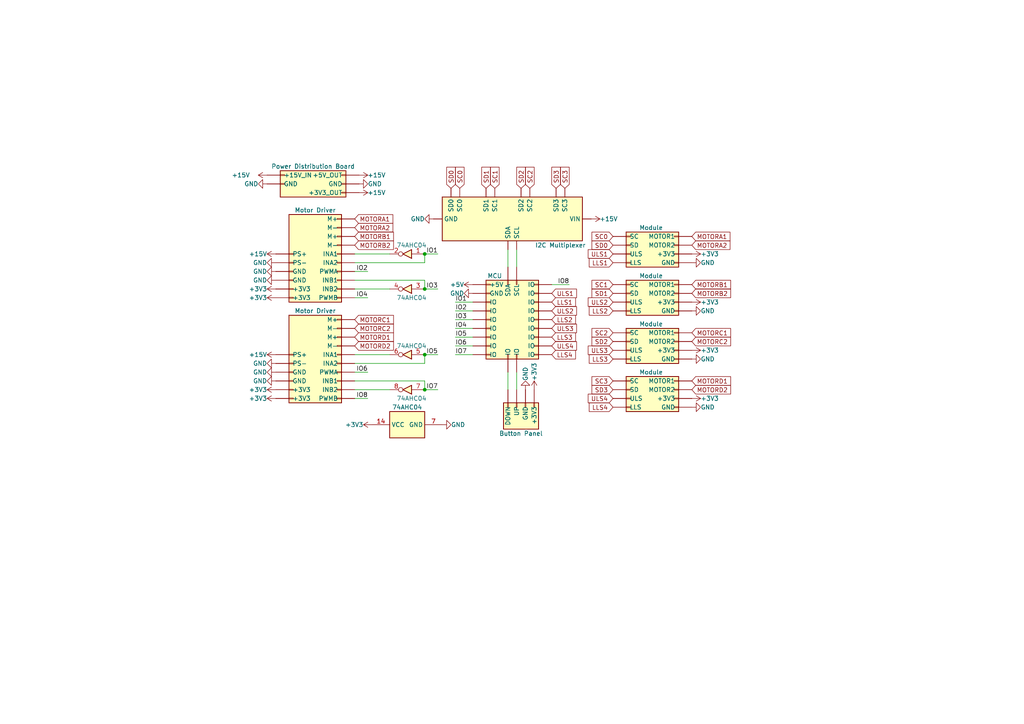
<source format=kicad_sch>
(kicad_sch (version 20230121) (generator eeschema)
  (paper "A4")
  (lib_symbols
    (symbol "74AHC04_1"
      (property "Reference" "U1" (at -7.62 0 0))
      (property "Value" "74AHC04" (at -5.08 0 0))
      (symbol "74AHC04_1_1_0"
        (polyline (pts (xy 0 1.27) (xy 0 -1.27) (xy 2.54 0) (xy 0 1.27)) (stroke (width 0.254)) (fill (type background)))
        (pin input line (at -3.81 0 0) (length 3.81) (name "~") (number "1"))
        (pin output inverted (at 6.35 0 180) (length 3.81) (name "~") (number "2"))
      )
      (symbol "74AHC04_1_2_0"
        (polyline (pts (xy 0 1.27) (xy 0 -1.27) (xy 2.54 0) (xy 0 1.27)) (stroke (width 0.254)) (fill (type background)))
        (pin input line (at -3.81 0 0) (length 3.81) (name "~") (number "3"))
        (pin output inverted (at 6.35 0 180) (length 3.81) (name "~") (number "4"))
      )
      (symbol "74AHC04_1_3_0"
        (polyline (pts (xy -3.81 3.81) (xy -3.81 -3.81) (xy 3.81 0) (xy -3.81 3.81)) (stroke (width 0.254)) (fill (type background)))
        (pin input line (at -7.62 0 0) (length 3.81) (name "~") (number "5"))
        (pin output inverted (at 7.62 0 180) (length 3.81) (name "~") (number "6"))
      )
      (symbol "74AHC04_1_4_0"
        (polyline (pts (xy -3.81 3.81) (xy -3.81 -3.81) (xy 3.81 0) (xy -3.81 3.81)) (stroke (width 0.254)) (fill (type background)))
        (pin output inverted (at 7.62 0 180) (length 3.81) (name "~") (number "8"))
        (pin input line (at -7.62 0 0) (length 3.81) (name "~") (number "9"))
      )
      (symbol "74AHC04_1_5_0"
        (polyline (pts (xy -3.81 3.81) (xy -3.81 -3.81) (xy 3.81 0) (xy -3.81 3.81)) (stroke (width 0.254)) (fill (type background)))
        (pin output inverted (at 7.62 0 180) (length 3.81) (name "~") (number "10"))
        (pin input line (at -7.62 0 0) (length 3.81) (name "~") (number "11"))
      )
      (symbol "74AHC04_1_6_0"
        (polyline (pts (xy -3.81 3.81) (xy -3.81 -3.81) (xy 3.81 0) (xy -3.81 3.81)) (stroke (width 0.254)) (fill (type background)))
        (pin output inverted (at 7.62 0 180) (length 3.81) (name "~") (number "12"))
        (pin input line (at -7.62 0 0) (length 3.81) (name "~") (number "13"))
      )
      (symbol "74AHC04_1_7_0"
        (pin power_in line (at -1.27 12.7 270) (length 5.08) (name "VCC") (number "14"))
        (pin power_in line (at -1.27 -7.62 90) (length 5.08) (name "GND") (number "7"))
      )
      (symbol "74AHC04_1_7_1"
        (rectangle (start -5.08 7.62) (end 2.54 -2.54) (stroke (width 0.254)) (fill (type background)))
      )
    )
    (symbol "74AHC04_2"
      (property "Value" "74AHC04" (at 0 2.54 0))
      (symbol "74AHC04_2_1_0"
        (polyline (pts (xy 0 1.27) (xy 0 -1.27) (xy 2.54 0) (xy 0 1.27)) (stroke (width 0.254)) (fill (type background)))
        (pin input line (at -3.81 0 0) (length 3.81) (name "~") (number "5"))
        (pin output inverted (at 6.35 0 180) (length 3.81) (name "~") (number "6"))
      )
      (symbol "74AHC04_2_2_0"
        (polyline (pts (xy 0 1.27) (xy 0 -1.27) (xy 2.54 0) (xy 0 1.27)) (stroke (width 0.254)) (fill (type background)))
        (pin input line (at -3.81 0 0) (length 3.81) (name "~") (number "3"))
        (pin output inverted (at 6.35 0 180) (length 3.81) (name "~") (number "4"))
      )
      (symbol "74AHC04_2_3_0"
        (polyline (pts (xy -3.81 3.81) (xy -3.81 -3.81) (xy 3.81 0) (xy -3.81 3.81)) (stroke (width 0.254)) (fill (type background)))
        (pin input line (at -7.62 0 0) (length 3.81) (name "~") (number "5"))
        (pin output inverted (at 7.62 0 180) (length 3.81) (name "~") (number "6"))
      )
      (symbol "74AHC04_2_4_0"
        (polyline (pts (xy -3.81 3.81) (xy -3.81 -3.81) (xy 3.81 0) (xy -3.81 3.81)) (stroke (width 0.254)) (fill (type background)))
        (pin output inverted (at 7.62 0 180) (length 3.81) (name "~") (number "8"))
        (pin input line (at -7.62 0 0) (length 3.81) (name "~") (number "9"))
      )
      (symbol "74AHC04_2_5_0"
        (polyline (pts (xy -3.81 3.81) (xy -3.81 -3.81) (xy 3.81 0) (xy -3.81 3.81)) (stroke (width 0.254)) (fill (type background)))
        (pin output inverted (at 7.62 0 180) (length 3.81) (name "~") (number "10"))
        (pin input line (at -7.62 0 0) (length 3.81) (name "~") (number "11"))
      )
      (symbol "74AHC04_2_6_0"
        (polyline (pts (xy -3.81 3.81) (xy -3.81 -3.81) (xy 3.81 0) (xy -3.81 3.81)) (stroke (width 0.254)) (fill (type background)))
        (pin output inverted (at 7.62 0 180) (length 3.81) (name "~") (number "12"))
        (pin input line (at -7.62 0 0) (length 3.81) (name "~") (number "13"))
      )
      (symbol "74AHC04_2_7_0"
        (pin power_in line (at 0 12.7 270) (length 5.08) (name "VCC") (number "14"))
        (pin power_in line (at 0 -12.7 90) (length 5.08) (name "GND") (number "7"))
      )
      (symbol "74AHC04_2_7_1"
        (rectangle (start -5.08 7.62) (end 5.08 -7.62) (stroke (width 0.254)) (fill (type background)))
      )
    )
    (symbol "74AHC04_3"
      (property "Value" "74AHC04" (at 0 -2.54 0))
      (symbol "74AHC04_3_1_0"
        (polyline (pts (xy 0 1.27) (xy 0 -1.27) (xy 2.54 0) (xy 0 1.27)) (stroke (width 0.254)) (fill (type background)))
        (pin input line (at -3.81 0 0) (length 3.81) (name "~") (number "1"))
        (pin output inverted (at 6.35 0 180) (length 3.81) (name "~") (number "2"))
      )
      (symbol "74AHC04_3_2_0"
        (polyline (pts (xy 0 1.27) (xy 0 -1.27) (xy 2.54 0) (xy 0 1.27)) (stroke (width 0.254)) (fill (type background)))
        (pin input line (at -3.81 0 0) (length 3.81) (name "~") (number "7"))
        (pin output inverted (at 6.35 0 180) (length 3.81) (name "~") (number "8"))
      )
      (symbol "74AHC04_3_3_0"
        (polyline (pts (xy -3.81 3.81) (xy -3.81 -3.81) (xy 3.81 0) (xy -3.81 3.81)) (stroke (width 0.254)) (fill (type background)))
        (pin input line (at -7.62 0 0) (length 3.81) (name "~") (number "5"))
        (pin output inverted (at 7.62 0 180) (length 3.81) (name "~") (number "6"))
      )
      (symbol "74AHC04_3_4_0"
        (polyline (pts (xy -3.81 3.81) (xy -3.81 -3.81) (xy 3.81 0) (xy -3.81 3.81)) (stroke (width 0.254)) (fill (type background)))
        (pin output inverted (at 7.62 0 180) (length 3.81) (name "~") (number "8"))
        (pin input line (at -7.62 0 0) (length 3.81) (name "~") (number "9"))
      )
      (symbol "74AHC04_3_5_0"
        (polyline (pts (xy -3.81 3.81) (xy -3.81 -3.81) (xy 3.81 0) (xy -3.81 3.81)) (stroke (width 0.254)) (fill (type background)))
        (pin output inverted (at 7.62 0 180) (length 3.81) (name "~") (number "10"))
        (pin input line (at -7.62 0 0) (length 3.81) (name "~") (number "11"))
      )
      (symbol "74AHC04_3_6_0"
        (polyline (pts (xy -3.81 3.81) (xy -3.81 -3.81) (xy 3.81 0) (xy -3.81 3.81)) (stroke (width 0.254)) (fill (type background)))
        (pin output inverted (at 7.62 0 180) (length 3.81) (name "~") (number "12"))
        (pin input line (at -7.62 0 0) (length 3.81) (name "~") (number "13"))
      )
      (symbol "74AHC04_3_7_0"
        (pin power_in line (at 0 12.7 270) (length 5.08) (name "VCC") (number "14"))
        (pin power_in line (at 0 -12.7 90) (length 5.08) (name "GND") (number "7"))
      )
      (symbol "74AHC04_3_7_1"
        (rectangle (start -5.08 7.62) (end 5.08 -7.62) (stroke (width 0.254)) (fill (type background)))
      )
    )
    (symbol "74AHC04_4"
      (property "Reference" "U1" (at -7.62 0 0))
      (property "Value" "74AHC04" (at -5.08 0 0))
      (symbol "74AHC04_4_1_0"
        (polyline (pts (xy 0 1.27) (xy 0 -1.27) (xy 2.54 0) (xy 0 1.27)) (stroke (width 0.254)) (fill (type background)))
        (pin input line (at -3.81 0 0) (length 3.81) (name "~") (number "1"))
        (pin output inverted (at 6.35 0 180) (length 3.81) (name "~") (number "2"))
      )
      (symbol "74AHC04_4_2_0"
        (polyline (pts (xy 0 1.27) (xy 0 -1.27) (xy 2.54 0) (xy 0 1.27)) (stroke (width 0.254)) (fill (type background)))
        (pin input line (at -3.81 0 0) (length 3.81) (name "~") (number "3"))
        (pin output inverted (at 6.35 0 180) (length 3.81) (name "~") (number "4"))
      )
      (symbol "74AHC04_4_3_0"
        (polyline (pts (xy -3.81 3.81) (xy -3.81 -3.81) (xy 3.81 0) (xy -3.81 3.81)) (stroke (width 0.254)) (fill (type background)))
        (pin input line (at -7.62 0 0) (length 3.81) (name "~") (number "5"))
        (pin output inverted (at 7.62 0 180) (length 3.81) (name "~") (number "6"))
      )
      (symbol "74AHC04_4_4_0"
        (polyline (pts (xy -3.81 3.81) (xy -3.81 -3.81) (xy 3.81 0) (xy -3.81 3.81)) (stroke (width 0.254)) (fill (type background)))
        (pin output inverted (at 7.62 0 180) (length 3.81) (name "~") (number "8"))
        (pin input line (at -7.62 0 0) (length 3.81) (name "~") (number "9"))
      )
      (symbol "74AHC04_4_5_0"
        (polyline (pts (xy -3.81 3.81) (xy -3.81 -3.81) (xy 3.81 0) (xy -3.81 3.81)) (stroke (width 0.254)) (fill (type background)))
        (pin output inverted (at 7.62 0 180) (length 3.81) (name "~") (number "10"))
        (pin input line (at -7.62 0 0) (length 3.81) (name "~") (number "11"))
      )
      (symbol "74AHC04_4_6_0"
        (polyline (pts (xy -3.81 3.81) (xy -3.81 -3.81) (xy 3.81 0) (xy -3.81 3.81)) (stroke (width 0.254)) (fill (type background)))
        (pin output inverted (at 7.62 0 180) (length 3.81) (name "~") (number "12"))
        (pin input line (at -7.62 0 0) (length 3.81) (name "~") (number "13"))
      )
      (symbol "74AHC04_4_7_0"
        (pin power_in line (at -1.27 12.7 270) (length 5.08) (name "VCC") (number "14"))
        (pin power_in line (at -1.27 -7.62 90) (length 5.08) (name "GND") (number "7"))
      )
      (symbol "74AHC04_4_7_1"
        (rectangle (start -5.08 7.62) (end 2.54 -2.54) (stroke (width 0.254)) (fill (type background)))
      )
    )
    (symbol "74xx:74AHC04"
      (property "Reference" "U1" (at -7.62 0 0))
      (property "Value" "74AHC04" (at -5.08 0 0))
      (symbol "74AHC04_1_0"
        (polyline (pts (xy 0 1.27) (xy 0 -1.27) (xy 2.54 0) (xy 0 1.27)) (stroke (width 0.254)) (fill (type background)))
        (pin input line (at -3.81 0 0) (length 3.81) (name "~") (number "1"))
        (pin output inverted (at 6.35 0 180) (length 3.81) (name "~") (number "2"))
      )
      (symbol "74AHC04_2_0"
        (polyline (pts (xy 0 1.27) (xy 0 -1.27) (xy 2.54 0) (xy 0 1.27)) (stroke (width 0.254)) (fill (type background)))
        (pin input line (at -3.81 0 0) (length 3.81) (name "~") (number "3"))
        (pin output inverted (at 6.35 0 180) (length 3.81) (name "~") (number "4"))
      )
      (symbol "74AHC04_3_0"
        (polyline (pts (xy -3.81 3.81) (xy -3.81 -3.81) (xy 3.81 0) (xy -3.81 3.81)) (stroke (width 0.254)) (fill (type background)))
        (pin input line (at -7.62 0 0) (length 3.81) (name "~") (number "5"))
        (pin output inverted (at 7.62 0 180) (length 3.81) (name "~") (number "6"))
      )
      (symbol "74AHC04_4_0"
        (polyline (pts (xy -3.81 3.81) (xy -3.81 -3.81) (xy 3.81 0) (xy -3.81 3.81)) (stroke (width 0.254)) (fill (type background)))
        (pin output inverted (at 7.62 0 180) (length 3.81) (name "~") (number "8"))
        (pin input line (at -7.62 0 0) (length 3.81) (name "~") (number "9"))
      )
      (symbol "74AHC04_5_0"
        (polyline (pts (xy -3.81 3.81) (xy -3.81 -3.81) (xy 3.81 0) (xy -3.81 3.81)) (stroke (width 0.254)) (fill (type background)))
        (pin output inverted (at 7.62 0 180) (length 3.81) (name "~") (number "10"))
        (pin input line (at -7.62 0 0) (length 3.81) (name "~") (number "11"))
      )
      (symbol "74AHC04_6_0"
        (polyline (pts (xy -3.81 3.81) (xy -3.81 -3.81) (xy 3.81 0) (xy -3.81 3.81)) (stroke (width 0.254)) (fill (type background)))
        (pin output inverted (at 7.62 0 180) (length 3.81) (name "~") (number "12"))
        (pin input line (at -7.62 0 0) (length 3.81) (name "~") (number "13"))
      )
      (symbol "74AHC04_7_0"
        (pin power_in line (at -1.27 12.7 270) (length 5.08) (name "VCC") (number "14"))
        (pin power_in line (at -1.27 -7.62 90) (length 5.08) (name "GND") (number "7"))
      )
      (symbol "74AHC04_7_1"
        (rectangle (start -5.08 7.62) (end 2.54 -2.54) (stroke (width 0.254)) (fill (type background)))
      )
    )
    (symbol "Conn_01x08_1" (pin_numbers hide) (pin_names (offset 1.016))
      (property "Value" "Module" (at 2.54 10.16 0))
      (symbol "Conn_01x08_1_1_1"
        (rectangle (start -1.27 0.127) (end 0 -0.127) (stroke (width 0.1524)))
        (rectangle (start -1.27 2.667) (end 0 2.413) (stroke (width 0.1524)))
        (rectangle (start -1.27 5.207) (end 0 4.953) (stroke (width 0.1524)))
        (rectangle (start -1.27 7.747) (end 0 7.493) (stroke (width 0.1524)))
        (rectangle (start -1.27 8.89) (end 13.97 -1.27) (stroke (width 0.254)) (fill (type background)))
        (rectangle (start 13.97 -0.127) (end 12.7 0.127) (stroke (width 0.1524)))
        (rectangle (start 13.97 2.413) (end 12.7 2.667) (stroke (width 0.1524)))
        (rectangle (start 13.97 4.953) (end 12.7 5.207) (stroke (width 0.1524)))
        (rectangle (start 13.97 7.493) (end 12.7 7.747) (stroke (width 0.1524)))
        (pin passive line (at 17.78 2.54 180) (length 3.81) (name "+3V3") (number "1"))
        (pin passive line (at -5.08 7.62 0) (length 3.81) (name "SC") (number "2"))
        (pin passive line (at -5.08 5.08 0) (length 3.81) (name "SD") (number "3"))
        (pin passive line (at -5.08 2.54 0) (length 3.81) (name "ULS") (number "4"))
        (pin passive line (at -5.08 0 0) (length 3.81) (name "LLS") (number "5"))
        (pin passive line (at 17.78 5.08 180) (length 3.81) (name "MOTOR2") (number "6"))
        (pin passive line (at 17.78 7.62 180) (length 3.81) (name "MOTOR1") (number "7"))
        (pin passive line (at 17.78 0 180) (length 3.81) (name "GND") (number "8"))
      )
    )
    (symbol "Connector_Generic:Conn_01x04" (pin_numbers hide) (pin_names (offset 1.016))
      (property "Value" "Button Panel" (at -1.27 -7.62 90))
      (symbol "Conn_01x04_1_1"
        (rectangle (start -1.27 -4.953) (end 0 -5.207) (stroke (width 0.1524)))
        (rectangle (start -1.27 -2.413) (end 0 -2.667) (stroke (width 0.1524)))
        (rectangle (start -1.27 0.127) (end 0 -0.127) (stroke (width 0.1524)))
        (rectangle (start -1.27 2.667) (end 0 2.413) (stroke (width 0.1524)))
        (rectangle (start -1.27 3.81) (end 6.35 -6.35) (stroke (width 0.254)) (fill (type background)))
        (pin passive line (at -5.08 2.54 0) (length 3.81) (name "+3V3") (number "1"))
        (pin passive line (at -5.08 0 0) (length 3.81) (name "GND") (number "2"))
        (pin passive line (at -5.08 -2.54 0) (length 3.81) (name "UP") (number "3"))
        (pin passive line (at -5.08 -5.08 0) (length 3.81) (name "DOWN") (number "4"))
      )
    )
    (symbol "Connector_Generic:Conn_01x16" (pin_numbers hide) (pin_names (offset 1.016))
      (property "Value" "Motor Driver" (at 2.54 -22.86 0))
      (symbol "Conn_01x16_1_1"
        (rectangle (start -1.27 -4.953) (end 0 -5.207) (stroke (width 0.1524)))
        (rectangle (start -1.27 -2.413) (end 0 -2.667) (stroke (width 0.1524)))
        (rectangle (start -1.27 0.127) (end 0 -0.127) (stroke (width 0.1524)))
        (rectangle (start -1.27 2.667) (end 0 2.413) (stroke (width 0.1524)))
        (rectangle (start -1.27 5.207) (end 0 4.953) (stroke (width 0.1524)))
        (rectangle (start -1.27 7.747) (end 0 7.493) (stroke (width 0.1524)))
        (rectangle (start -1.27 10.287) (end 0 10.033) (stroke (width 0.1524)))
        (rectangle (start -1.27 12.827) (end 0 12.573) (stroke (width 0.1524)))
        (rectangle (start -1.27 15.367) (end 0 15.113) (stroke (width 0.1524)))
        (rectangle (start -1.27 17.907) (end 0 17.653) (stroke (width 0.1524)))
        (rectangle (start -1.27 19.05) (end 13.97 -6.35) (stroke (width 0.254)) (fill (type background)))
        (rectangle (start 13.97 4.953) (end 12.7 5.207) (stroke (width 0.1524)))
        (rectangle (start 13.97 7.493) (end 12.7 7.747) (stroke (width 0.1524)))
        (rectangle (start 13.97 10.033) (end 12.7 10.287) (stroke (width 0.1524)))
        (rectangle (start 13.97 12.573) (end 12.7 12.827) (stroke (width 0.1524)))
        (rectangle (start 13.97 15.113) (end 12.7 15.367) (stroke (width 0.1524)))
        (rectangle (start 13.97 17.653) (end 12.7 17.907) (stroke (width 0.1524)))
        (pin passive line (at -5.08 17.78 0) (length 3.81) (name "PWMB") (number "1"))
        (pin passive line (at -5.08 -5.08 0) (length 3.81) (name "M+") (number "10"))
        (pin passive line (at 17.78 5.08 180) (length 3.81) (name "PS+") (number "11"))
        (pin passive line (at 17.78 7.62 180) (length 3.81) (name "PS-") (number "12"))
        (pin passive line (at 17.78 10.16 180) (length 3.81) (name "GND") (number "13"))
        (pin passive line (at 17.78 12.7 180) (length 3.81) (name "GND") (number "14"))
        (pin passive line (at 17.78 15.24 180) (length 3.81) (name "+3V3") (number "15"))
        (pin passive line (at 17.78 17.78 180) (length 3.81) (name "+3V3") (number "16"))
        (pin passive line (at -5.08 15.24 0) (length 3.81) (name "INB2") (number "2"))
        (pin passive line (at -5.08 12.7 0) (length 3.81) (name "INB1") (number "3"))
        (pin passive line (at -5.08 10.16 0) (length 3.81) (name "PWMA") (number "4"))
        (pin passive line (at -5.08 7.62 0) (length 3.81) (name "INA2") (number "5"))
        (pin passive line (at -5.08 5.08 0) (length 3.81) (name "INA1") (number "6"))
        (pin passive line (at -5.08 2.54 0) (length 3.81) (name "M-") (number "7"))
        (pin passive line (at -5.08 0 0) (length 3.81) (name "M+") (number "8"))
        (pin passive line (at -5.08 -2.54 0) (length 3.81) (name "M-") (number "9"))
      )
    )
    (symbol "Connector_Generic:Conn_02x02_Counter_Clockwise" (pin_numbers hide) (pin_names (offset 1.016))
      (property "Value" "Power Distribution Board" (at -0.635 5.08 0))
      (symbol "Conn_02x02_Counter_Clockwise_1_1"
        (rectangle (start -10.16 0.127) (end -8.89 -0.127) (stroke (width 0.1524)))
        (rectangle (start -10.16 2.667) (end -8.89 2.413) (stroke (width 0.1524)))
        (rectangle (start -10.16 3.81) (end 8.89 -3.81) (stroke (width 0.254)) (fill (type background)))
        (rectangle (start 7.62 -2.413) (end 8.89 -2.667) (stroke (width 0.1524)))
        (rectangle (start 7.62 0.127) (end 8.89 -0.127) (stroke (width 0.1524)))
        (rectangle (start 7.62 2.667) (end 8.89 2.413) (stroke (width 0.1524)))
        (pin power_in line (at -13.97 2.54 0) (length 3.81) (name "+15V_IN") (number "1"))
        (pin power_in line (at -13.97 0 0) (length 3.81) (name "GND") (number "2"))
        (pin passive line (at 12.7 -2.54 180) (length 3.81) (name "+3V3_OUT") (number "3"))
        (pin passive line (at 12.7 0 180) (length 3.81) (name "GND") (number "4"))
        (pin passive line (at 12.7 2.54 180) (length 3.81) (name "+5V_OUT") (number "5"))
      )
    )
    (symbol "Connector_Generic:Conn_02x11_Odd_Even" (pin_numbers hide) (pin_names (offset 1.016))
      (property "Value" "MCU" (at 1.27 15.24 0))
      (symbol "Conn_02x11_Odd_Even_1_1"
        (rectangle (start -1.27 -7.493) (end 0 -7.747) (stroke (width 0.1524)))
        (rectangle (start -1.27 -4.953) (end 0 -5.207) (stroke (width 0.1524)))
        (rectangle (start -1.27 -2.413) (end 0 -2.667) (stroke (width 0.1524)))
        (rectangle (start -1.27 0.127) (end 0 -0.127) (stroke (width 0.1524)))
        (rectangle (start -1.27 2.667) (end 0 2.413) (stroke (width 0.1524)))
        (rectangle (start -1.27 5.207) (end 0 4.953) (stroke (width 0.1524)))
        (rectangle (start -1.27 7.747) (end 0 7.493) (stroke (width 0.1524)))
        (rectangle (start -1.27 10.287) (end 0 10.033) (stroke (width 0.1524)))
        (rectangle (start -1.27 12.827) (end 0 12.573) (stroke (width 0.1524)))
        (rectangle (start -1.27 13.97) (end 13.97 -8.89) (stroke (width 0.254)) (fill (type background)))
        (rectangle (start 4.953 -8.89) (end 5.207 -7.62) (stroke (width 0.1524)))
        (rectangle (start 5.207 13.97) (end 4.953 12.7) (stroke (width 0.1524)))
        (rectangle (start 7.493 -7.62) (end 7.747 -8.89) (stroke (width 0.1524)))
        (rectangle (start 7.747 13.97) (end 7.493 12.7) (stroke (width 0.1524)))
        (rectangle (start 13.97 -7.747) (end 12.7 -7.493) (stroke (width 0.1524)))
        (rectangle (start 13.97 -4.953) (end 12.7 -5.207) (stroke (width 0.1524)))
        (rectangle (start 13.97 -2.413) (end 12.7 -2.667) (stroke (width 0.1524)))
        (rectangle (start 13.97 0.127) (end 12.7 -0.127) (stroke (width 0.1524)))
        (rectangle (start 13.97 2.667) (end 12.7 2.413) (stroke (width 0.1524)))
        (rectangle (start 13.97 5.207) (end 12.7 4.953) (stroke (width 0.1524)))
        (rectangle (start 13.97 7.747) (end 12.7 7.493) (stroke (width 0.1524)))
        (rectangle (start 13.97 10.287) (end 12.7 10.033) (stroke (width 0.1524)))
        (rectangle (start 13.97 12.827) (end 12.7 12.573) (stroke (width 0.1524)))
        (pin passive line (at -5.08 12.7 0) (length 3.81) (name "+5V") (number "1"))
        (pin passive line (at 17.78 2.54 180) (length 3.81) (name "IO") (number "10"))
        (pin passive line (at -5.08 5.08 0) (length 3.81) (name "IO") (number "11"))
        (pin passive line (at 17.78 0 180) (length 3.81) (name "IO") (number "12"))
        (pin passive line (at -5.08 2.54 0) (length 3.81) (name "IO") (number "13"))
        (pin passive line (at 17.78 -2.54 180) (length 3.81) (name "IO") (number "14"))
        (pin passive line (at -5.08 0 0) (length 3.81) (name "IO") (number "15"))
        (pin passive line (at 17.78 -5.08 180) (length 3.81) (name "IO") (number "16"))
        (pin passive line (at -5.08 -2.54 0) (length 3.81) (name "IO") (number "17"))
        (pin passive line (at -5.08 -7.62 0) (length 3.81) (name "IO") (number "19"))
        (pin passive line (at -5.08 -5.08 0) (length 3.81) (name "IO") (number "19"))
        (pin passive line (at 17.78 -7.62 180) (length 3.81) (name "IO") (number "19"))
        (pin passive line (at 17.78 12.7 180) (length 3.81) (name "IO") (number "2"))
        (pin passive line (at 5.08 -12.7 90) (length 3.81) (name "IO") (number "21"))
        (pin passive line (at 7.62 -12.7 90) (length 3.81) (name "IO") (number "22"))
        (pin passive line (at -5.08 10.16 0) (length 3.81) (name "GND") (number "3"))
        (pin passive line (at 17.78 10.16 180) (length 3.81) (name "IO") (number "4"))
        (pin passive line (at 5.08 17.78 270) (length 3.81) (name "SDA") (number "5"))
        (pin passive line (at 17.78 7.62 180) (length 3.81) (name "IO") (number "6"))
        (pin passive line (at 7.62 17.78 270) (length 3.81) (name "SCL") (number "7"))
        (pin passive line (at 17.78 5.08 180) (length 3.81) (name "IO") (number "8"))
        (pin passive line (at -5.08 7.62 0) (length 3.81) (name "IO") (number "9"))
      )
    )
    (symbol "Interface_Expansion:PCA9544AD" (pin_numbers hide)
      (property "Value" "I2C Multiplexer" (at -13.97 -12.7 90))
      (symbol "PCA9544AD_0_1"
        (rectangle (start -2.54 20.32) (end 10.16 -20.32) (stroke (width 0.254)) (fill (type background)))
      )
      (symbol "PCA9544AD_1_1"
        (pin power_in line (at 3.81 -22.86 90) (length 2.54) (name "VIN") (number "10"))
        (pin bidirectional line (at 12.7 -2.54 180) (length 2.54) (name "SD2") (number "12"))
        (pin output line (at 12.7 -5.08 180) (length 2.54) (name "SC2") (number "13"))
        (pin bidirectional line (at 12.7 -12.7 180) (length 2.54) (name "SD3") (number "15"))
        (pin output line (at 12.7 -15.24 180) (length 2.54) (name "SC3") (number "16"))
        (pin input line (at -5.08 -1.27 0) (length 2.54) (name "SCL") (number "18"))
        (pin bidirectional line (at -5.08 1.27 0) (length 2.54) (name "SDA") (number "19"))
        (pin power_in line (at 3.81 22.86 270) (length 2.54) (name "GND") (number "20"))
        (pin bidirectional line (at 12.7 17.78 180) (length 2.54) (name "SD0") (number "5"))
        (pin output line (at 12.7 15.24 180) (length 2.54) (name "SC0") (number "6"))
        (pin bidirectional line (at 12.7 7.62 180) (length 2.54) (name "SD1") (number "8"))
        (pin output line (at 12.7 5.08 180) (length 2.54) (name "SC1") (number "9"))
      )
    )
    (symbol "power:+15V" (power) (pin_names (offset 0))
      (property "Value" "+15V" (at 0 3.556 0))
      (symbol "+15V_0_1"
        (polyline (pts (xy -0.762 1.27) (xy 0 2.54)))
        (polyline (pts (xy 0 0) (xy 0 2.54)))
        (polyline (pts (xy 0 2.54) (xy 0.762 1.27)))
      )
      (symbol "+15V_1_1"
        (pin power_in line (at 0 0 90) (length 0) hide (name "+15V") (number "1"))
      )
    )
    (symbol "power:+3V3" (power) (pin_names (offset 0))
      (property "Value" "+3V3" (at 0 3.556 0))
      (symbol "+3V3_0_1"
        (polyline (pts (xy -0.762 1.27) (xy 0 2.54)))
        (polyline (pts (xy 0 0) (xy 0 2.54)))
        (polyline (pts (xy 0 2.54) (xy 0.762 1.27)))
      )
      (symbol "+3V3_1_1"
        (pin power_in line (at 0 0 90) (length 0) hide (name "+3V3") (number "1"))
      )
    )
    (symbol "power:+5V" (power) (pin_names (offset 0))
      (property "Value" "+5V" (at 0 3.556 0))
      (symbol "+5V_0_1"
        (polyline (pts (xy -0.762 1.27) (xy 0 2.54)))
        (polyline (pts (xy 0 0) (xy 0 2.54)))
        (polyline (pts (xy 0 2.54) (xy 0.762 1.27)))
      )
      (symbol "+5V_1_1"
        (pin power_in line (at 0 0 90) (length 0) hide (name "+5V") (number "1"))
      )
    )
    (symbol "power:GND" (power) (pin_names (offset 0))
      (property "Value" "GND" (at 0 -3.81 0))
      (symbol "GND_0_1"
        (polyline (pts (xy 0 0) (xy 0 -1.27) (xy 1.27 -1.27) (xy 0 -2.54) (xy -1.27 -1.27) (xy 0 -1.27)))
      )
      (symbol "GND_1_1"
        (pin power_in line (at 0 0 270) (length 0) hide (name "GND") (number "1"))
      )
    )
  )
  (junction (at 123.19 102.87))
  (junction (at 123.19 83.82))
  (junction (at 123.19 73.66))
  (junction (at 123.19 113.03))
  (wire (pts (xy 102.87 81.28) (xy 123.19 81.28)))
  (wire (pts (xy 102.87 86.36) (xy 106.68 86.36)))
  (wire (pts (xy 147.32 107.95) (xy 147.32 113.03)))
  (wire (pts (xy 132.08 97.79) (xy 137.16 97.79)))
  (wire (pts (xy 160.02 82.55) (xy 165.1 82.55)))
  (wire (pts (xy 147.32 72.39) (xy 147.32 77.47)))
  (wire (pts (xy 102.87 110.49) (xy 123.19 110.49)))
  (wire (pts (xy 123.19 113.03) (xy 127 113.03)))
  (wire (pts (xy 132.08 100.33) (xy 137.16 100.33)))
  (wire (pts (xy 102.87 115.57) (xy 106.68 115.57)))
  (wire (pts (xy 102.87 107.95) (xy 106.68 107.95)))
  (wire (pts (xy 132.08 95.25) (xy 137.16 95.25)))
  (wire (pts (xy 102.87 105.41) (xy 123.19 105.41)))
  (wire (pts (xy 123.19 81.28) (xy 123.19 83.82)))
  (wire (pts (xy 102.87 76.2) (xy 123.19 76.2)))
  (wire (pts (xy 149.86 107.95) (xy 149.86 113.03)))
  (wire (pts (xy 132.08 87.63) (xy 137.16 87.63)))
  (wire (pts (xy 123.19 102.87) (xy 127 102.87)))
  (wire (pts (xy 132.08 92.71) (xy 137.16 92.71)))
  (wire (pts (xy 123.19 73.66) (xy 127 73.66)))
  (wire (pts (xy 123.19 83.82) (xy 127 83.82)))
  (wire (pts (xy 123.19 105.41) (xy 123.19 102.87)))
  (wire (pts (xy 123.19 110.49) (xy 123.19 113.03)))
  (wire (pts (xy 102.87 83.82) (xy 113.03 83.82)))
  (wire (pts (xy 113.03 102.87) (xy 102.87 102.87)))
  (wire (pts (xy 102.87 113.03) (xy 113.03 113.03)))
  (wire (pts (xy 113.03 73.66) (xy 102.87 73.66)))
  (wire (pts (xy 123.19 76.2) (xy 123.19 73.66)))
  (wire (pts (xy 132.08 102.87) (xy 137.16 102.87)))
  (wire (pts (xy 132.08 90.17) (xy 137.16 90.17)))
  (wire (pts (xy 102.87 78.74) (xy 106.68 78.74)))
  (wire (pts (xy 149.86 72.39) (xy 149.86 77.47)))
  (label "IO6" (at 106.68 107.95 180))
  (label "IO8" (at 106.68 115.57 180))
  (label "IO5" (at 127 102.87 180))
  (label "IO7" (at 132.08 102.87 0))
  (label "IO3" (at 127 83.82 180))
  (label "IO5" (at 132.08 97.79 0))
  (label "IO4" (at 106.68 86.36 180))
  (label "IO6" (at 132.08 100.33 0))
  (label "IO2" (at 132.08 90.17 0))
  (label "IO7" (at 127 113.03 180))
  (label "IO4" (at 132.08 95.25 0))
  (label "IO2" (at 106.68 78.74 180))
  (label "IO1" (at 132.08 87.63 0))
  (label "IO1" (at 127 73.66 180))
  (label "IO8" (at 165.1 82.55 180))
  (label "IO3" (at 132.08 92.71 0))
  (global_label "MOTORC2" (shape input) (at 200.66 99.06 0) (property "Intersheetrefs" "${INTERSHEET_REFS}" (effects hide)))
  (global_label "SD2" (shape input) (at 177.8 99.06 180) (property "Intersheetrefs" "${INTERSHEET_REFS}" (effects hide)))
  (global_label "MOTORC1" (shape input) (at 200.66 96.52 0) (property "Intersheetrefs" "${INTERSHEET_REFS}" (effects hide)))
  (global_label "SC0" (shape input) (at 177.8 68.58 180) (property "Intersheetrefs" "${INTERSHEET_REFS}" (effects hide)))
  (global_label "MOTORD1" (shape input) (at 102.87 97.79 0) (property "Intersheetrefs" "${INTERSHEET_REFS}" (effects hide)))
  (global_label "LLS4" (shape input) (at 177.8 118.11 180) (property "Intersheetrefs" "${INTERSHEET_REFS}" (effects hide)))
  (global_label "SD0" (shape input) (at 177.8 71.12 180) (property "Intersheetrefs" "${INTERSHEET_REFS}" (effects hide)))
  (global_label "MOTORA1" (shape input) (at 200.66 68.58 0) (property "Intersheetrefs" "${INTERSHEET_REFS}" (effects hide)))
  (global_label "MOTORC2" (shape input) (at 102.87 95.25 0) (property "Intersheetrefs" "${INTERSHEET_REFS}" (effects hide)))
  (global_label "SD3" (shape input) (at 177.8 113.03 180) (property "Intersheetrefs" "${INTERSHEET_REFS}" (effects hide)))
  (global_label "MOTORA1" (shape input) (at 102.87 63.5 0) (property "Intersheetrefs" "${INTERSHEET_REFS}" (effects hide)))
  (global_label "MOTORD2" (shape input) (at 102.87 100.33 0) (property "Intersheetrefs" "${INTERSHEET_REFS}" (effects hide)))
  (global_label "SC2" (shape input) (at 177.8 96.52 180) (property "Intersheetrefs" "${INTERSHEET_REFS}" (effects hide)))
  (global_label "SC3" (shape input) (at 177.8 110.49 180) (property "Intersheetrefs" "${INTERSHEET_REFS}" (effects hide)))
  (global_label "LLS3" (shape input) (at 160.02 97.79 0) (property "Intersheetrefs" "${INTERSHEET_REFS}" (effects hide)))
  (global_label "LLS2" (shape input) (at 177.8 90.17 180) (property "Intersheetrefs" "${INTERSHEET_REFS}" (effects hide)))
  (global_label "SC3" (shape input) (at 163.83 54.61 90) (property "Intersheetrefs" "${INTERSHEET_REFS}" (effects hide)))
  (global_label "SD3" (shape input) (at 161.29 54.61 90) (property "Intersheetrefs" "${INTERSHEET_REFS}" (effects hide)))
  (global_label "SC2" (shape input) (at 153.67 54.61 90) (property "Intersheetrefs" "${INTERSHEET_REFS}" (effects hide)))
  (global_label "ULS3" (shape input) (at 160.02 95.25 0) (property "Intersheetrefs" "${INTERSHEET_REFS}" (effects hide)))
  (global_label "SC1" (shape input) (at 143.51 54.61 90) (property "Intersheetrefs" "${INTERSHEET_REFS}" (effects hide)))
  (global_label "SD1" (shape input) (at 177.8 85.09 180) (property "Intersheetrefs" "${INTERSHEET_REFS}" (effects hide)))
  (global_label "ULS1" (shape input) (at 177.8 73.66 180) (property "Intersheetrefs" "${INTERSHEET_REFS}" (effects hide)))
  (global_label "ULS3" (shape input) (at 177.8 101.6 180) (property "Intersheetrefs" "${INTERSHEET_REFS}" (effects hide)))
  (global_label "LLS3" (shape input) (at 177.8 104.14 180) (property "Intersheetrefs" "${INTERSHEET_REFS}" (effects hide)))
  (global_label "ULS1" (shape input) (at 160.02 85.09 0) (property "Intersheetrefs" "${INTERSHEET_REFS}" (effects hide)))
  (global_label "MOTORD1" (shape input) (at 200.66 110.49 0) (property "Intersheetrefs" "${INTERSHEET_REFS}" (effects hide)))
  (global_label "MOTORA2" (shape input) (at 102.87 66.04 0) (property "Intersheetrefs" "${INTERSHEET_REFS}" (effects hide)))
  (global_label "MOTORB1" (shape input) (at 200.66 82.55 0) (property "Intersheetrefs" "${INTERSHEET_REFS}" (effects hide)))
  (global_label "MOTORB1" (shape input) (at 102.87 68.58 0) (property "Intersheetrefs" "${INTERSHEET_REFS}" (effects hide)))
  (global_label "ULS2" (shape input) (at 177.8 87.63 180) (property "Intersheetrefs" "${INTERSHEET_REFS}" (effects hide)))
  (global_label "MOTORB2" (shape input) (at 200.66 85.09 0) (property "Intersheetrefs" "${INTERSHEET_REFS}" (effects hide)))
  (global_label "LLS1" (shape input) (at 177.8 76.2 180) (property "Intersheetrefs" "${INTERSHEET_REFS}" (effects hide)))
  (global_label "ULS2" (shape input) (at 160.02 90.17 0) (property "Intersheetrefs" "${INTERSHEET_REFS}" (effects hide)))
  (global_label "SC1" (shape input) (at 177.8 82.55 180) (property "Intersheetrefs" "${INTERSHEET_REFS}" (effects hide)))
  (global_label "LLS2" (shape input) (at 160.02 92.71 0) (property "Intersheetrefs" "${INTERSHEET_REFS}" (effects hide)))
  (global_label "MOTORD2" (shape input) (at 200.66 113.03 0) (property "Intersheetrefs" "${INTERSHEET_REFS}" (effects hide)))
  (global_label "MOTORA2" (shape input) (at 200.66 71.12 0) (property "Intersheetrefs" "${INTERSHEET_REFS}" (effects hide)))
  (global_label "MOTORC1" (shape input) (at 102.87 92.71 0) (property "Intersheetrefs" "${INTERSHEET_REFS}" (effects hide)))
  (global_label "ULS4" (shape input) (at 160.02 100.33 0) (property "Intersheetrefs" "${INTERSHEET_REFS}" (effects hide)))
  (global_label "SD0" (shape input) (at 130.81 54.61 90) (property "Intersheetrefs" "${INTERSHEET_REFS}" (effects hide)))
  (global_label "SD1" (shape input) (at 140.97 54.61 90) (property "Intersheetrefs" "${INTERSHEET_REFS}" (effects hide)))
  (global_label "LLS4" (shape input) (at 160.02 102.87 0) (property "Intersheetrefs" "${INTERSHEET_REFS}" (effects hide)))
  (global_label "MOTORB2" (shape input) (at 102.87 71.12 0) (property "Intersheetrefs" "${INTERSHEET_REFS}" (effects hide)))
  (global_label "ULS4" (shape input) (at 177.8 115.57 180) (property "Intersheetrefs" "${INTERSHEET_REFS}" (effects hide)))
  (global_label "LLS1" (shape input) (at 160.02 87.63 0) (property "Intersheetrefs" "${INTERSHEET_REFS}" (effects hide)))
  (global_label "SD2" (shape input) (at 151.13 54.61 90) (property "Intersheetrefs" "${INTERSHEET_REFS}" (effects hide)))
  (global_label "SC0" (shape input) (at 133.35 54.61 90) (property "Intersheetrefs" "${INTERSHEET_REFS}" (effects hide)))
  (symbol (lib_name "Conn_01x08_1") (lib_id "Connector_Generic:Conn_01x08") (at 182.88 118.11 0) (unit 1)
    (property "Reference" "J6" (effects hide))
    (property "Value" "Module" (at 185.42 107.95 0) (effects (justify left)))
  )
  (symbol (lib_id "power:GND") (at 137.16 85.09 270) (unit 1)
    (property "Reference" "#PWR016" (effects hide))
    (property "Value" "GND" (at 134.62 85.09 90) (effects (justify right)))
  )
  (symbol (lib_id "power:+3V3") (at 154.94 113.03 0) (unit 1)
    (property "Reference" "#PWR028" (effects hide))
    (property "Value" "+3V3" (at 154.94 110.49 90) (effects (justify left)))
  )
  (symbol (lib_id "power:+15V") (at 104.14 50.8 270) (unit 1)
    (property "Reference" "#PWR032" (effects hide))
    (property "Value" "+5V" (at 109.22 50.8 90))
  )
  (symbol (lib_id "power:GND") (at 80.01 76.2 270) (unit 1)
    (property "Reference" "#PWR03" (effects hide))
    (property "Value" "GND" (at 77.47 76.2 90) (effects (justify right)))
  )
  (symbol (lib_id "Connector_Generic:Conn_01x04") (at 152.4 118.11 270) (unit 1)
    (property "Reference" "J8" (effects hide))
    (property "Value" "Button Panel" (at 151.13 125.73 90))
  )
  (symbol (lib_id "74xx:74AHC04") (at 119.38 83.82 180) (unit 2)
    (property "Reference" "U1" (effects hide))
    (property "Value" "74AHC04" (at 119.38 86.36 0))
    (property "Datasheet" "https://assets.nexperia.com/documents/data-sheet/74AHC_AHCT04.pdf" (effects hide))
  )
  (symbol (lib_id "power:GND") (at 128.27 123.19 90) (unit 1)
    (property "Reference" "#PWR014" (effects hide))
    (property "Value" "GND" (at 130.81 123.19 90) (effects (justify right)))
  )
  (symbol (lib_id "power:+3V3") (at 107.95 123.19 90) (unit 1)
    (property "Reference" "#PWR013" (effects hide))
    (property "Value" "+3V3" (at 105.41 123.19 90) (effects (justify left)))
  )
  (symbol (lib_id "power:+15V") (at 171.45 63.5 270) (unit 1)
    (property "Reference" "#PWR08" (effects hide))
    (property "Value" "+3V3" (at 176.53 63.5 90))
  )
  (symbol (lib_id "power:GND") (at 104.14 53.34 90) (unit 1)
    (property "Reference" "#PWR031" (effects hide))
    (property "Value" "GND" (at 106.68 53.34 90) (effects (justify right)))
  )
  (symbol (lib_id "power:+3V3") (at 200.66 115.57 270) (unit 1)
    (property "Reference" "#PWR017" (effects hide))
    (property "Value" "+3V3" (at 203.2 115.57 90) (effects (justify left)))
  )
  (symbol (lib_id "power:GND") (at 200.66 104.14 90) (unit 1)
    (property "Reference" "#PWR012" (effects hide))
    (property "Value" "GND" (at 203.2 104.14 90) (effects (justify right)))
  )
  (symbol (lib_id "power:+15V") (at 104.14 55.88 270) (unit 1)
    (property "Reference" "#PWR033" (effects hide))
    (property "Value" "+3V3" (at 109.22 55.88 90))
  )
  (symbol (lib_id "power:+5V") (at 137.16 82.55 90) (unit 1)
    (property "Reference" "#PWR015" (effects hide))
    (property "Value" "+5V" (at 134.62 82.55 90) (effects (justify left)))
  )
  (symbol (lib_id "power:+3V3") (at 80.01 86.36 90) (unit 1)
    (property "Reference" "#PWR02" (effects hide))
    (property "Value" "+3V3" (at 77.47 86.36 90) (effects (justify left)))
  )
  (symbol (lib_id "Connector_Generic:Conn_02x02_Counter_Clockwise") (at 91.44 53.34 0) (unit 1)
    (property "Reference" "J9" (effects hide))
    (property "Value" "Power Distribution Board" (at 90.805 48.26 0))
  )
  (symbol (lib_id "power:GND") (at 200.66 90.17 90) (unit 1)
    (property "Reference" "#PWR010" (effects hide))
    (property "Value" "GND" (at 203.2 90.17 90) (effects (justify right)))
  )
  (symbol (lib_name "74AHC04_1") (lib_id "74xx:74AHC04") (at 120.65 121.92 90) (unit 7)
    (property "Reference" "U1" (effects hide))
    (property "Value" "74AHC04" (at 118.11 118.11 90))
    (property "Datasheet" "https://assets.nexperia.com/documents/data-sheet/74AHC_AHCT04.pdf" (effects hide))
  )
  (symbol (lib_id "Connector_Generic:Conn_02x11_Odd_Even") (at 142.24 95.25 0) (unit 1)
    (property "Reference" "J3" (effects hide))
    (property "Value" "MCU" (at 143.51 80.01 0))
  )
  (symbol (lib_id "power:+15V") (at 80.01 102.87 90) (unit 1)
    (property "Reference" "#PWR034" (effects hide))
    (property "Value" "+15V_PS" (at 77.47 102.87 90) (effects (justify left)))
  )
  (symbol (lib_id "power:+3V3") (at 80.01 115.57 90) (unit 1)
    (property "Reference" "#PWR039" (effects hide))
    (property "Value" "+3V3" (at 77.47 115.57 90) (effects (justify left)))
  )
  (symbol (lib_name "Conn_01x08_1") (lib_id "Connector_Generic:Conn_01x08") (at 182.88 90.17 0) (unit 1)
    (property "Reference" "J2" (effects hide))
    (property "Value" "Module" (at 185.42 80.01 0) (effects (justify left)))
  )
  (symbol (lib_id "power:+15V") (at 80.01 73.66 90) (unit 1)
    (property "Reference" "#PWR05" (effects hide))
    (property "Value" "+15V_PS" (at 77.47 73.66 90) (effects (justify left)))
  )
  (symbol (lib_id "power:+3V3") (at 80.01 83.82 90) (unit 1)
    (property "Reference" "#PWR01" (effects hide))
    (property "Value" "+3V3" (at 77.47 83.82 90) (effects (justify left)))
  )
  (symbol (lib_id "power:GND") (at 200.66 76.2 90) (unit 1)
    (property "Reference" "#PWR020" (effects hide))
    (property "Value" "GND" (at 203.2 76.2 90) (effects (justify right)))
  )
  (symbol (lib_id "power:GND") (at 80.01 78.74 270) (unit 1)
    (property "Reference" "#PWR04" (effects hide))
    (property "Value" "GND" (at 77.47 78.74 90) (effects (justify right)))
  )
  (symbol (lib_name "Conn_01x08_1") (lib_id "Connector_Generic:Conn_01x08") (at 182.88 104.14 0) (unit 1)
    (property "Reference" "J5" (effects hide))
    (property "Value" "Module" (at 185.42 93.98 0) (effects (justify left)))
  )
  (symbol (lib_id "power:GND") (at 80.01 81.28 270) (unit 1)
    (property "Reference" "#PWR06" (effects hide))
    (property "Value" "GND" (at 77.47 81.28 90) (effects (justify right)))
  )
  (symbol (lib_id "Connector_Generic:Conn_01x16") (at 97.79 97.79 180) (unit 1)
    (property "Reference" "J10" (effects hide))
    (property "Value" "Motor Driver" (at 91.44 90.17 0))
  )
  (symbol (lib_name "74AHC04_3") (lib_id "74xx:74AHC04") (at 119.38 113.03 180) (unit 2)
    (property "Reference" "U3" (effects hide))
    (property "Value" "74AHC04" (at 119.38 115.57 0))
    (property "Datasheet" "https://assets.nexperia.com/documents/data-sheet/74AHC_AHCT04.pdf" (effects hide))
  )
  (symbol (lib_name "Conn_01x08_1") (lib_id "Connector_Generic:Conn_01x08") (at 182.88 76.2 0) (unit 1)
    (property "Reference" "J4" (effects hide))
    (property "Value" "Module" (at 185.42 66.04 0) (effects (justify left)))
  )
  (symbol (lib_name "74AHC04_4") (lib_id "74xx:74AHC04") (at 119.38 73.66 180) (unit 1)
    (property "Reference" "U1" (effects hide))
    (property "Value" "74AHC04" (at 119.38 71.12 0))
    (property "Datasheet" "https://assets.nexperia.com/documents/data-sheet/74AHC_AHCT04.pdf" (effects hide))
  )
  (symbol (lib_id "power:GND") (at 200.66 118.11 90) (unit 1)
    (property "Reference" "#PWR018" (effects hide))
    (property "Value" "GND" (at 203.2 118.11 90) (effects (justify right)))
  )
  (symbol (lib_id "power:+3V3") (at 200.66 73.66 270) (unit 1)
    (property "Reference" "#PWR019" (effects hide))
    (property "Value" "+3V3" (at 203.2 73.66 90) (effects (justify left)))
  )
  (symbol (lib_id "power:+15V") (at 77.47 50.8 90) (unit 1)
    (property "Reference" "#PWR029" (effects hide))
    (property "Value" "+15V_PS" (at 69.85 50.8 90))
  )
  (symbol (lib_id "power:GND") (at 80.01 105.41 270) (unit 1)
    (property "Reference" "#PWR035" (effects hide))
    (property "Value" "GND" (at 77.47 105.41 90) (effects (justify right)))
  )
  (symbol (lib_name "74AHC04_2") (lib_id "74xx:74AHC04") (at 119.38 102.87 180) (unit 1)
    (property "Reference" "U1C" (effects hide))
    (property "Value" "74AHC04" (at 119.38 100.33 0))
    (property "Datasheet" "https://assets.nexperia.com/documents/data-sheet/74AHC_AHCT04.pdf" (effects hide))
  )
  (symbol (lib_id "power:+3V3") (at 200.66 87.63 270) (unit 1)
    (property "Reference" "#PWR09" (effects hide))
    (property "Value" "+3V3" (at 203.2 87.63 90) (effects (justify left)))
  )
  (symbol (lib_id "power:+3V3") (at 200.66 101.6 270) (unit 1)
    (property "Reference" "#PWR011" (effects hide))
    (property "Value" "+3V3" (at 203.2 101.6 90) (effects (justify left)))
  )
  (symbol (lib_id "power:GND") (at 80.01 110.49 270) (unit 1)
    (property "Reference" "#PWR037" (effects hide))
    (property "Value" "GND" (at 77.47 110.49 90) (effects (justify right)))
  )
  (symbol (lib_id "Connector_Generic:Conn_01x16") (at 97.79 68.58 180) (unit 1)
    (property "Reference" "J1" (effects hide))
    (property "Value" "Motor Driver" (at 91.44 60.96 0))
  )
  (symbol (lib_id "Interface_Expansion:PCA9544AD") (at 148.59 67.31 90) (unit 1)
    (property "Reference" "U2" (effects hide))
    (property "Value" "I2C Multiplexer" (at 162.56 71.12 90))
    (property "Footprint" "Package_SO:SOIC-20W_7.5x12.8mm_P1.27mm" (effects hide))
    (property "Datasheet" "http://www.nxp.com/documents/data_sheet/PCA9544A.pdf" (effects hide))
  )
  (symbol (lib_id "power:GND") (at 125.73 63.5 270) (unit 1)
    (property "Reference" "#PWR07" (effects hide))
    (property "Value" "GND" (at 123.19 63.5 90) (effects (justify right)))
  )
  (symbol (lib_id "power:GND") (at 77.47 53.34 270) (unit 1)
    (property "Reference" "#PWR030" (effects hide))
    (property "Value" "GND" (at 74.93 53.34 90) (effects (justify right)))
  )
  (symbol (lib_id "power:+3V3") (at 80.01 113.03 90) (unit 1)
    (property "Reference" "#PWR038" (effects hide))
    (property "Value" "+3V3" (at 77.47 113.03 90) (effects (justify left)))
  )
  (symbol (lib_id "power:GND") (at 80.01 107.95 270) (unit 1)
    (property "Reference" "#PWR036" (effects hide))
    (property "Value" "GND" (at 77.47 107.95 90) (effects (justify right)))
  )
  (symbol (lib_id "power:GND") (at 152.4 113.03 180) (unit 1)
    (property "Reference" "#PWR027" (effects hide))
    (property "Value" "GND" (at 152.4 110.49 90) (effects (justify right)))
  )
)
</source>
